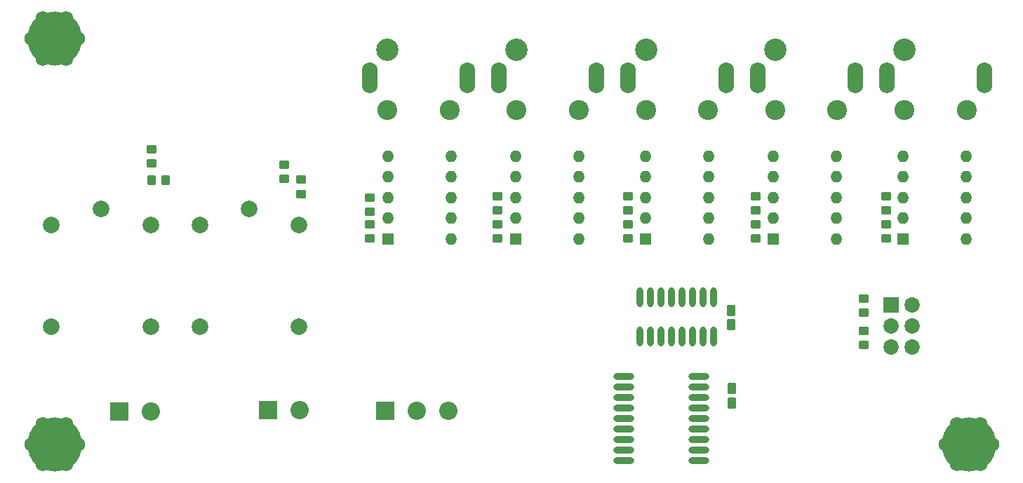
<source format=gts>
%FSLAX24Y24*%
%MOIN*%
%SFA1B1*%

%IPPOS*%
%AMD39*
4,1,8,-0.021700,0.015000,-0.021700,-0.015000,-0.016000,-0.020700,0.016000,-0.020700,0.021700,-0.015000,0.021700,0.015000,0.016000,0.020700,-0.016000,0.020700,-0.021700,0.015000,0.0*
1,1,0.011400,-0.016000,0.015000*
1,1,0.011400,-0.016000,-0.015000*
1,1,0.011400,0.016000,-0.015000*
1,1,0.011400,0.016000,0.015000*
%
%AMD40*
4,1,8,-0.015000,-0.021700,0.015000,-0.021700,0.020700,-0.016000,0.020700,0.016000,0.015000,0.021700,-0.015000,0.021700,-0.020700,0.016000,-0.020700,-0.016000,-0.015000,-0.021700,0.0*
1,1,0.011400,-0.015000,-0.016000*
1,1,0.011400,0.015000,-0.016000*
1,1,0.011400,0.015000,0.016000*
1,1,0.011400,-0.015000,0.016000*
%
%AMD43*
4,1,8,0.019700,-0.022000,0.019700,0.022000,0.014100,0.027600,-0.014100,0.027600,-0.019700,0.022000,-0.019700,-0.022000,-0.014100,-0.027600,0.014100,-0.027600,0.019700,-0.022000,0.0*
1,1,0.011200,0.014100,-0.022000*
1,1,0.011200,0.014100,0.022000*
1,1,0.011200,-0.014100,0.022000*
1,1,0.011200,-0.014100,-0.022000*
%
G04~CAMADD=39~8~0.0~0.0~415.0~434.0~57.0~0.0~15~0.0~0.0~0.0~0.0~0~0.0~0.0~0.0~0.0~0~0.0~0.0~0.0~90.0~434.0~414.0*
%ADD39D39*%
G04~CAMADD=40~8~0.0~0.0~415.0~434.0~57.0~0.0~15~0.0~0.0~0.0~0.0~0~0.0~0.0~0.0~0.0~0~0.0~0.0~0.0~180.0~414.0~433.0*
%ADD40D40*%
%ADD41O,0.031600X0.094600*%
%ADD42O,0.098600X0.031600*%
G04~CAMADD=43~8~0.0~0.0~552.0~395.0~56.0~0.0~15~0.0~0.0~0.0~0.0~0~0.0~0.0~0.0~0.0~0~0.0~0.0~0.0~270.0~394.0~551.0*
%ADD43D43*%
%ADD44R,0.073000X0.073000*%
%ADD45C,0.073000*%
%ADD46C,0.078900*%
%ADD47C,0.068000*%
%ADD48C,0.258000*%
%ADD49R,0.055200X0.055200*%
%ADD50O,0.055200X0.055200*%
%ADD51R,0.086700X0.086700*%
%ADD52C,0.086700*%
%ADD53C,0.094600*%
%ADD54C,0.106400*%
%ADD55O,0.074900X0.145800*%
%LNsourceselection-1*%
%LPD*%
G54D39*
X39961Y8484D03*
Y7815D03*
Y6280D03*
Y6949D03*
X13228Y14136D03*
Y13467D03*
X12441Y14862D03*
Y14193D03*
X6142Y15571D03*
Y14902D03*
X16496Y13287D03*
Y12618D03*
Y12028D03*
Y11358D03*
X22559Y13366D03*
Y12697D03*
Y12028D03*
Y11358D03*
X28780Y13366D03*
Y12697D03*
Y12028D03*
Y11358D03*
X34843Y13366D03*
Y12697D03*
Y12028D03*
Y11358D03*
X41024Y13366D03*
Y12697D03*
Y12028D03*
Y11358D03*
G54D40*
X6122Y14134D03*
X6791D03*
G54D41*
X29352Y6676D03*
X29852D03*
X30352D03*
X30852D03*
X31352D03*
X31852D03*
X32352D03*
X32852D03*
X29352Y8565D03*
X29852D03*
X30352D03*
X30852D03*
X31352D03*
X31852D03*
X32352D03*
X32852D03*
G54D42*
X28563Y4778D03*
Y4278D03*
Y3778D03*
Y3278D03*
Y2778D03*
Y2278D03*
Y1778D03*
Y1278D03*
Y778D03*
X32146Y4778D03*
Y4278D03*
Y3778D03*
Y3278D03*
Y2778D03*
Y2278D03*
Y1778D03*
Y1278D03*
Y778D03*
G54D43*
X33701Y4220D03*
Y3531D03*
X33661Y7237D03*
Y7926D03*
G54D44*
X41283Y8188D03*
G54D45*
X42283Y8188D03*
X41283Y7188D03*
X42283D03*
X41283Y6187D03*
X42283D03*
G54D46*
X13150Y7165D03*
X8425D03*
Y11968D03*
X10787Y12755D03*
X13150Y11968D03*
X6102Y7165D03*
X1378D03*
Y11968D03*
X3740Y12755D03*
X6102Y11968D03*
G54D47*
X44411Y2510D03*
X45511D03*
X46061Y1558D03*
X45511Y605D03*
X44411D03*
X43861Y1558D03*
X985Y21802D03*
X2085D03*
X2635Y20849D03*
X2085Y19896D03*
X985D03*
X435Y20849D03*
Y1558D03*
X985Y605D03*
X2085D03*
X2635Y1558D03*
X2085Y2510D03*
X985D03*
G54D48*
X44961Y1558D03*
X1535Y20849D03*
Y1558D03*
G54D49*
X41850Y11321D03*
X35669D03*
X29606D03*
X23425D03*
X17362D03*
G54D50*
X41850Y12306D03*
Y13290D03*
Y14274D03*
Y15258D03*
X44850Y11321D03*
Y12306D03*
Y13290D03*
Y14274D03*
Y15258D03*
X35669Y12306D03*
Y13290D03*
Y14274D03*
Y15258D03*
X38669Y11321D03*
Y12306D03*
Y13290D03*
Y14274D03*
Y15258D03*
X29606Y12306D03*
Y13290D03*
Y14274D03*
Y15258D03*
X32606Y11321D03*
Y12306D03*
Y13290D03*
Y14274D03*
Y15258D03*
X23425Y12306D03*
Y13290D03*
Y14274D03*
Y15258D03*
X26425Y11321D03*
Y12306D03*
Y13290D03*
Y14274D03*
Y15258D03*
X17362Y12306D03*
Y13290D03*
Y14274D03*
Y15258D03*
X20362Y11321D03*
Y12306D03*
Y13290D03*
Y14274D03*
Y15258D03*
G54D51*
X11654Y3172D03*
X17244Y3140D03*
X4606Y3132D03*
G54D52*
X13154Y3172D03*
X20244Y3140D03*
X18744D03*
X6106Y3132D03*
G54D53*
X17343Y17463D03*
X20295D03*
X23484D03*
X26437D03*
X29626D03*
X32579D03*
X35768D03*
X38720D03*
X41909D03*
X44862D03*
G54D54*
X17343Y20317D03*
X23484D03*
X29626D03*
X35768D03*
X41909D03*
G54D55*
X21140Y18989D03*
X16498D03*
X27282D03*
X22639D03*
X33424D03*
X28781D03*
X39565D03*
X34923D03*
X45707D03*
X41065D03*
M02*
</source>
